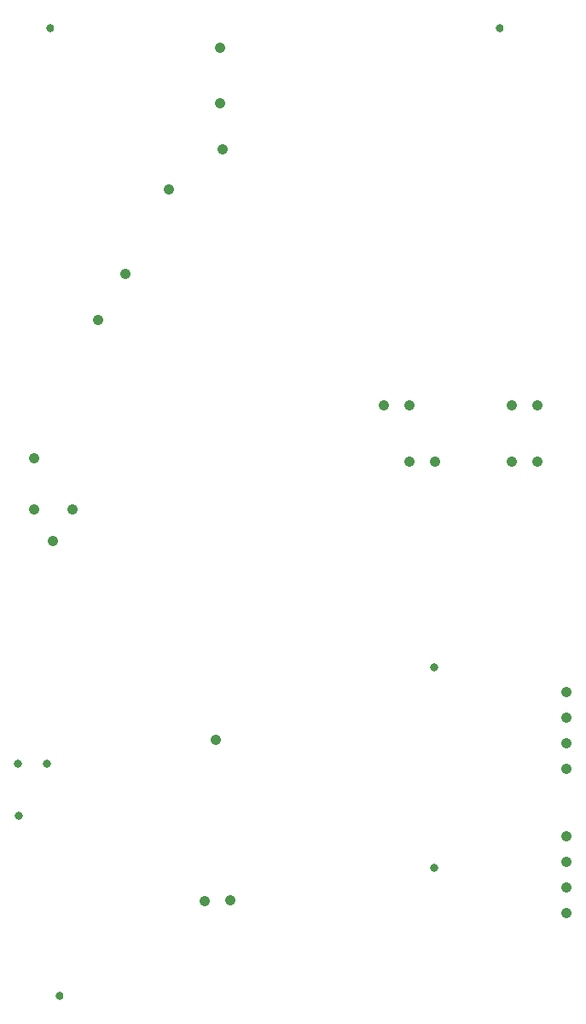
<source format=gbr>
G04 DipTrace 2.4.0.2*
%INBottomPaste.gbr*%
%MOIN*%
%ADD109C,0.042*%
%ADD111C,0.032*%
%ADD139C,0.0314*%
%FSLAX44Y44*%
G04*
G70*
G90*
G75*
G01*
%LNBotPaste*%
%LPD*%
D139*
X7440Y4940D3*
X24640Y42740D3*
X7090D3*
D109*
X8940Y31320D3*
X10000Y33130D3*
X14110Y8650D3*
X13100Y8640D3*
D111*
X6960Y14000D3*
X5820Y13980D3*
X5840Y11960D3*
D109*
X7190Y22690D3*
X6440Y23940D3*
Y25940D3*
X7940Y23940D3*
D111*
X22090Y9930D3*
X22080Y17760D3*
D109*
X27252Y8170D3*
Y9170D3*
Y10170D3*
Y11170D3*
Y13800D3*
Y14800D3*
Y15800D3*
Y16800D3*
X26130Y28000D3*
Y25810D3*
X25130Y28000D3*
Y25810D3*
X20130Y28000D3*
X21130Y25810D3*
Y28000D3*
X22130Y25810D3*
X13710Y41970D3*
X13720Y39810D3*
X13830Y37990D3*
X11700Y36430D3*
X13560Y14920D3*
M02*

</source>
